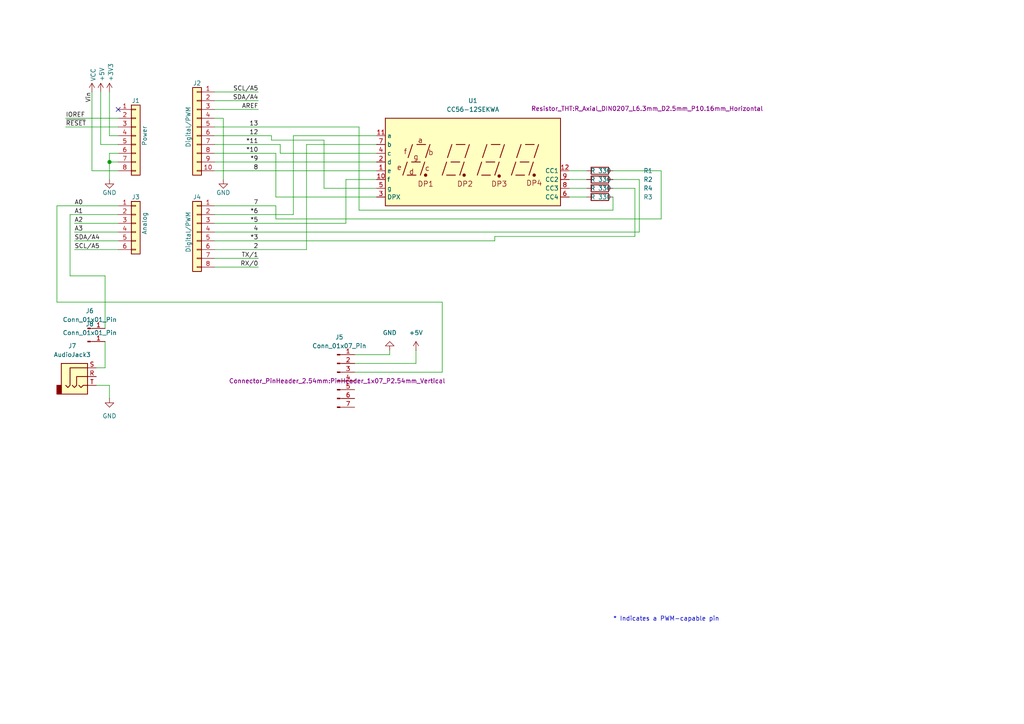
<source format=kicad_sch>
(kicad_sch (version 20231120) (generator "eeschema") (generator_version "8.0")
  (paper "A4")
  (title_block (date "mar. 31 mars 2015"))
  (lib_symbols
    (symbol "+5V_1" (power) (pin_numbers hide) (pin_names (offset 0) hide)
      (property "Value" "+5V" (at 0 3.556 0))
      (symbol "+5V_1_0_1"
        (polyline (pts (xy -0.762 1.27) (xy 0 2.54)))
        (polyline (pts (xy 0 0) (xy 0 2.54)))
        (polyline (pts (xy 0 2.54) (xy 0.762 1.27)))
      )
      (symbol "+5V_1_1_1"
        (pin power_in line (at 0 0 90) (length 0) (name "~") (number "1"))
      )
    )
    (symbol "Connector:Conn_01x01_Pin" (pin_names (offset 1.016) hide)
      (property "Reference" "J" (at 0 2.54 0))
      (property "Value" "Conn_01x01_Pin" (at 0 -2.54 0))
      (symbol "Conn_01x01_Pin_1_1"
        (polyline (pts (xy 1.27 0) (xy 0.8636 0)) (stroke (width 0.1524)))
        (rectangle (start 0.8636 0.127) (end 0 -0.127) (stroke (width 0.1524)) (fill (type outline)))
        (pin passive line (at 5.08 0 180) (length 3.81) (name "Pin_1") (number "1"))
      )
    )
    (symbol "Connector:Conn_01x07_Pin" (pin_names (offset 1.016) hide)
      (property "Reference" "J" (at 0 10.16 0))
      (property "Value" "Conn_01x07_Pin" (at 0 -10.16 0))
      (symbol "Conn_01x07_Pin_1_1"
        (polyline (pts (xy 1.27 -7.62) (xy 0.8636 -7.62)) (stroke (width 0.1524)))
        (polyline (pts (xy 1.27 -5.08) (xy 0.8636 -5.08)) (stroke (width 0.1524)))
        (polyline (pts (xy 1.27 -2.54) (xy 0.8636 -2.54)) (stroke (width 0.1524)))
        (polyline (pts (xy 1.27 0) (xy 0.8636 0)) (stroke (width 0.1524)))
        (polyline (pts (xy 1.27 2.54) (xy 0.8636 2.54)) (stroke (width 0.1524)))
        (polyline (pts (xy 1.27 5.08) (xy 0.8636 5.08)) (stroke (width 0.1524)))
        (polyline (pts (xy 1.27 7.62) (xy 0.8636 7.62)) (stroke (width 0.1524)))
        (rectangle (start 0.8636 -7.493) (end 0 -7.747) (stroke (width 0.1524)) (fill (type outline)))
        (rectangle (start 0.8636 -4.953) (end 0 -5.207) (stroke (width 0.1524)) (fill (type outline)))
        (rectangle (start 0.8636 -2.413) (end 0 -2.667) (stroke (width 0.1524)) (fill (type outline)))
        (rectangle (start 0.8636 0.127) (end 0 -0.127) (stroke (width 0.1524)) (fill (type outline)))
        (rectangle (start 0.8636 2.667) (end 0 2.413) (stroke (width 0.1524)) (fill (type outline)))
        (rectangle (start 0.8636 5.207) (end 0 4.953) (stroke (width 0.1524)) (fill (type outline)))
        (rectangle (start 0.8636 7.747) (end 0 7.493) (stroke (width 0.1524)) (fill (type outline)))
        (pin passive line (at 5.08 7.62 180) (length 3.81) (name "Pin_1") (number "1"))
        (pin passive line (at 5.08 5.08 180) (length 3.81) (name "Pin_2") (number "2"))
        (pin passive line (at 5.08 2.54 180) (length 3.81) (name "Pin_3") (number "3"))
        (pin passive line (at 5.08 0 180) (length 3.81) (name "Pin_4") (number "4"))
        (pin passive line (at 5.08 -2.54 180) (length 3.81) (name "Pin_5") (number "5"))
        (pin passive line (at 5.08 -5.08 180) (length 3.81) (name "Pin_6") (number "6"))
        (pin passive line (at 5.08 -7.62 180) (length 3.81) (name "Pin_7") (number "7"))
      )
    )
    (symbol "Connector_Audio:AudioJack3"
      (property "Reference" "J" (at 0 8.89 0))
      (property "Value" "AudioJack3" (at 0 6.35 0))
      (symbol "AudioJack3_0_1"
        (rectangle (start -5.08 -5.08) (end -6.35 -2.54) (stroke (width 0.254)) (fill (type outline)))
        (polyline (pts (xy 0 -2.54) (xy 0.635 -3.175) (xy 1.27 -2.54) (xy 2.54 -2.54)) (stroke (width 0.254)))
        (polyline (pts (xy -1.905 -2.54) (xy -1.27 -3.175) (xy -0.635 -2.54) (xy -0.635 0) (xy 2.54 0)) (stroke (width 0.254)))
        (polyline (pts (xy 2.54 2.54) (xy -2.54 2.54) (xy -2.54 -2.54) (xy -3.175 -3.175) (xy -3.81 -2.54)) (stroke (width 0.254)))
        (rectangle (start 2.54 3.81) (end -5.08 -5.08) (stroke (width 0.254)) (fill (type background)))
      )
      (symbol "AudioJack3_1_1"
        (pin passive line (at 5.08 0 180) (length 2.54) (name "~") (number "R"))
        (pin passive line (at 5.08 2.54 180) (length 2.54) (name "~") (number "S"))
        (pin passive line (at 5.08 -2.54 180) (length 2.54) (name "~") (number "T"))
      )
    )
    (symbol "Connector_Generic:Conn_01x06" (pin_names (offset 1.016) hide)
      (property "Reference" "J" (at 0 7.62 0))
      (property "Value" "Conn_01x06" (at 0 -10.16 0))
      (symbol "Conn_01x06_1_1"
        (rectangle (start -1.27 -7.493) (end 0 -7.747) (stroke (width 0.1524)))
        (rectangle (start -1.27 -4.953) (end 0 -5.207) (stroke (width 0.1524)))
        (rectangle (start -1.27 -2.413) (end 0 -2.667) (stroke (width 0.1524)))
        (rectangle (start -1.27 0.127) (end 0 -0.127) (stroke (width 0.1524)))
        (rectangle (start -1.27 2.667) (end 0 2.413) (stroke (width 0.1524)))
        (rectangle (start -1.27 5.207) (end 0 4.953) (stroke (width 0.1524)))
        (rectangle (start -1.27 6.35) (end 1.27 -8.89) (stroke (width 0.254)) (fill (type background)))
        (pin passive line (at -5.08 5.08 0) (length 3.81) (name "Pin_1") (number "1"))
        (pin passive line (at -5.08 2.54 0) (length 3.81) (name "Pin_2") (number "2"))
        (pin passive line (at -5.08 0 0) (length 3.81) (name "Pin_3") (number "3"))
        (pin passive line (at -5.08 -2.54 0) (length 3.81) (name "Pin_4") (number "4"))
        (pin passive line (at -5.08 -5.08 0) (length 3.81) (name "Pin_5") (number "5"))
        (pin passive line (at -5.08 -7.62 0) (length 3.81) (name "Pin_6") (number "6"))
      )
    )
    (symbol "Connector_Generic:Conn_01x08" (pin_names (offset 1.016) hide)
      (property "Reference" "J" (at 0 10.16 0))
      (property "Value" "Conn_01x08" (at 0 -12.7 0))
      (symbol "Conn_01x08_1_1"
        (rectangle (start -1.27 -10.033) (end 0 -10.287) (stroke (width 0.1524)))
        (rectangle (start -1.27 -7.493) (end 0 -7.747) (stroke (width 0.1524)))
        (rectangle (start -1.27 -4.953) (end 0 -5.207) (stroke (width 0.1524)))
        (rectangle (start -1.27 -2.413) (end 0 -2.667) (stroke (width 0.1524)))
        (rectangle (start -1.27 0.127) (end 0 -0.127) (stroke (width 0.1524)))
        (rectangle (start -1.27 2.667) (end 0 2.413) (stroke (width 0.1524)))
        (rectangle (start -1.27 5.207) (end 0 4.953) (stroke (width 0.1524)))
        (rectangle (start -1.27 7.747) (end 0 7.493) (stroke (width 0.1524)))
        (rectangle (start -1.27 8.89) (end 1.27 -11.43) (stroke (width 0.254)) (fill (type background)))
        (pin passive line (at -5.08 7.62 0) (length 3.81) (name "Pin_1") (number "1"))
        (pin passive line (at -5.08 5.08 0) (length 3.81) (name "Pin_2") (number "2"))
        (pin passive line (at -5.08 2.54 0) (length 3.81) (name "Pin_3") (number "3"))
        (pin passive line (at -5.08 0 0) (length 3.81) (name "Pin_4") (number "4"))
        (pin passive line (at -5.08 -2.54 0) (length 3.81) (name "Pin_5") (number "5"))
        (pin passive line (at -5.08 -5.08 0) (length 3.81) (name "Pin_6") (number "6"))
        (pin passive line (at -5.08 -7.62 0) (length 3.81) (name "Pin_7") (number "7"))
        (pin passive line (at -5.08 -10.16 0) (length 3.81) (name "Pin_8") (number "8"))
      )
    )
    (symbol "Connector_Generic:Conn_01x10" (pin_names (offset 1.016) hide)
      (property "Reference" "J" (at 0 12.7 0))
      (property "Value" "Conn_01x10" (at 0 -15.24 0))
      (symbol "Conn_01x10_1_1"
        (rectangle (start -1.27 -12.573) (end 0 -12.827) (stroke (width 0.1524)))
        (rectangle (start -1.27 -10.033) (end 0 -10.287) (stroke (width 0.1524)))
        (rectangle (start -1.27 -7.493) (end 0 -7.747) (stroke (width 0.1524)))
        (rectangle (start -1.27 -4.953) (end 0 -5.207) (stroke (width 0.1524)))
        (rectangle (start -1.27 -2.413) (end 0 -2.667) (stroke (width 0.1524)))
        (rectangle (start -1.27 0.127) (end 0 -0.127) (stroke (width 0.1524)))
        (rectangle (start -1.27 2.667) (end 0 2.413) (stroke (width 0.1524)))
        (rectangle (start -1.27 5.207) (end 0 4.953) (stroke (width 0.1524)))
        (rectangle (start -1.27 7.747) (end 0 7.493) (stroke (width 0.1524)))
        (rectangle (start -1.27 10.287) (end 0 10.033) (stroke (width 0.1524)))
        (rectangle (start -1.27 11.43) (end 1.27 -13.97) (stroke (width 0.254)) (fill (type background)))
        (pin passive line (at -5.08 10.16 0) (length 3.81) (name "Pin_1") (number "1"))
        (pin passive line (at -5.08 -12.7 0) (length 3.81) (name "Pin_10") (number "10"))
        (pin passive line (at -5.08 7.62 0) (length 3.81) (name "Pin_2") (number "2"))
        (pin passive line (at -5.08 5.08 0) (length 3.81) (name "Pin_3") (number "3"))
        (pin passive line (at -5.08 2.54 0) (length 3.81) (name "Pin_4") (number "4"))
        (pin passive line (at -5.08 0 0) (length 3.81) (name "Pin_5") (number "5"))
        (pin passive line (at -5.08 -2.54 0) (length 3.81) (name "Pin_6") (number "6"))
        (pin passive line (at -5.08 -5.08 0) (length 3.81) (name "Pin_7") (number "7"))
        (pin passive line (at -5.08 -7.62 0) (length 3.81) (name "Pin_8") (number "8"))
        (pin passive line (at -5.08 -10.16 0) (length 3.81) (name "Pin_9") (number "9"))
      )
    )
    (symbol "Device:R" (pin_numbers hide) (pin_names (offset 0))
      (property "Reference" "R" (at 2.032 0 90))
      (property "Value" "R" (at 0 0 90))
      (symbol "R_0_1"
        (rectangle (start -1.016 -2.54) (end 1.016 2.54) (stroke (width 0.254)))
      )
      (symbol "R_1_1"
        (pin passive line (at 0 3.81 270) (length 1.27) (name "~") (number "1"))
        (pin passive line (at 0 -3.81 90) (length 1.27) (name "~") (number "2"))
      )
    )
    (symbol "Display_Character:CC56-12SEKWA"
      (property "Reference" "U" (at -24.13 13.97 0))
      (property "Value" "CC56-12SEKWA" (at 17.78 13.97 0))
      (symbol "CC56-12SEKWA_0_0"
        (rectangle (start -25.4 12.7) (end 25.4 -12.7) (stroke (width 0.254)) (fill (type background)))
        (polyline (pts (xy -20.32 -3.81) (xy -19.05 0)) (stroke (width 0.254)))
        (polyline (pts (xy -19.05 -3.81) (xy -16.51 -3.81)) (stroke (width 0.254)))
        (polyline (pts (xy -18.796 1.27) (xy -17.526 5.08)) (stroke (width 0.254)))
        (polyline (pts (xy -17.78 0) (xy -15.24 0)) (stroke (width 0.254)))
        (polyline (pts (xy -16.256 5.08) (xy -13.716 5.08)) (stroke (width 0.254)))
        (polyline (pts (xy -15.24 -3.81) (xy -13.97 0)) (stroke (width 0.254)))
        (polyline (pts (xy -13.716 1.27) (xy -12.446 5.08)) (stroke (width 0.254)))
        (polyline (pts (xy -8.89 -3.81) (xy -7.62 0)) (stroke (width 0.254)))
        (polyline (pts (xy -7.62 -3.81) (xy -5.08 -3.81)) (stroke (width 0.254)))
        (polyline (pts (xy -7.366 1.27) (xy -6.096 5.08)) (stroke (width 0.254)))
        (polyline (pts (xy -6.35 0) (xy -3.81 0)) (stroke (width 0.254)))
        (polyline (pts (xy -4.826 5.08) (xy -2.286 5.08)) (stroke (width 0.254)))
        (polyline (pts (xy -3.81 -3.81) (xy -2.54 0)) (stroke (width 0.254)))
        (polyline (pts (xy -2.286 1.27) (xy -1.016 5.08)) (stroke (width 0.254)))
        (polyline (pts (xy 1.27 -3.81) (xy 2.54 0)) (stroke (width 0.254)))
        (polyline (pts (xy 2.54 -3.81) (xy 5.08 -3.81)) (stroke (width 0.254)))
        (polyline (pts (xy 2.794 1.27) (xy 4.064 5.08)) (stroke (width 0.254)))
        (polyline (pts (xy 3.81 0) (xy 6.35 0)) (stroke (width 0.254)))
        (polyline (pts (xy 5.334 5.08) (xy 7.874 5.08)) (stroke (width 0.254)))
        (polyline (pts (xy 6.35 -3.81) (xy 7.62 0)) (stroke (width 0.254)))
        (polyline (pts (xy 7.874 1.27) (xy 9.144 5.08)) (stroke (width 0.254)))
        (polyline (pts (xy 11.176 -3.81) (xy 12.446 0)) (stroke (width 0.254)))
        (polyline (pts (xy 12.446 -3.81) (xy 14.986 -3.81)) (stroke (width 0.254)))
        (polyline (pts (xy 12.7 1.27) (xy 13.97 5.08)) (stroke (width 0.254)))
        (polyline (pts (xy 13.716 0) (xy 16.256 0)) (stroke (width 0.254)))
        (polyline (pts (xy 15.24 5.08) (xy 17.78 5.08)) (stroke (width 0.254)))
        (polyline (pts (xy 16.256 -3.81) (xy 17.526 0)) (stroke (width 0.254)))
        (polyline (pts (xy 17.78 1.27) (xy 19.05 5.08)) (stroke (width 0.254)))
        (text "a" (at -15.24 6.35 0) (effects (font (size 1.524 1.524))))
        (text "b" (at -12.192 2.794 0) (effects (font (size 1.524 1.524))))
        (text "c" (at -13.208 -1.778 0) (effects (font (size 1.524 1.524))))
        (text "d" (at -17.78 -2.794 0) (effects (font (size 1.524 1.524))))
        (text "DP1" (at -13.716 -6.35 0) (effects (font (size 1.524 1.524))))
        (text "DP2" (at -2.286 -6.35 0) (effects (font (size 1.524 1.524))))
        (text "DP3" (at 7.62 -6.35 0) (effects (font (size 1.524 1.524))))
        (text "DP4" (at 17.78 -6.096 0) (effects (font (size 1.524 1.524))))
        (text "e" (at -21.336 -1.524 0) (effects (font (size 1.524 1.524))))
        (text "f" (at -19.558 3.048 0) (effects (font (size 1.524 1.524))))
        (text "g" (at -16.51 1.524 0) (effects (font (size 1.524 1.524))))
      )
      (symbol "CC56-12SEKWA_0_1"
        (circle (center -13.716 -3.81) (radius 0.3556) (stroke (width 0.254)) (fill (type outline)))
        (circle (center -2.54 -3.81) (radius 0.3556) (stroke (width 0.254)) (fill (type outline)))
      )
      (symbol "CC56-12SEKWA_1_0"
        (circle (center 7.62 -4.064) (radius 0.3556) (stroke (width 0.254)) (fill (type outline)))
        (circle (center 17.78 -3.81) (radius 0.3556) (stroke (width 0.254)) (fill (type outline)))
      )
      (symbol "CC56-12SEKWA_1_1"
        (pin input line (at -27.94 -2.54 0) (length 2.54) (name "e") (number "1"))
        (pin input line (at -27.94 -5.08 0) (length 2.54) (name "f") (number "10"))
        (pin input line (at -27.94 7.62 0) (length 2.54) (name "a") (number "11"))
        (pin input line (at 27.94 -2.54 180) (length 2.54) (name "CC1") (number "12"))
        (pin input line (at -27.94 0 0) (length 2.54) (name "d") (number "2"))
        (pin input line (at -27.94 -10.16 0) (length 2.54) (name "DPX") (number "3"))
        (pin input line (at -27.94 2.54 0) (length 2.54) (name "c") (number "4"))
        (pin input line (at -27.94 -7.62 0) (length 2.54) (name "g") (number "5"))
        (pin input line (at 27.94 -10.16 180) (length 2.54) (name "CC4") (number "6"))
        (pin input line (at -27.94 5.08 0) (length 2.54) (name "b") (number "7"))
        (pin input line (at 27.94 -7.62 180) (length 2.54) (name "CC3") (number "8"))
        (pin input line (at 27.94 -5.08 180) (length 2.54) (name "CC2") (number "9"))
      )
    )
    (symbol "GND_1" (power) (pin_numbers hide) (pin_names (offset 0) hide)
      (property "Value" "GND" (at 0 -3.81 0))
      (symbol "GND_1_0_1"
        (polyline (pts (xy 0 0) (xy 0 -1.27) (xy 1.27 -1.27) (xy 0 -2.54) (xy -1.27 -1.27) (xy 0 -1.27)))
      )
      (symbol "GND_1_1_1"
        (pin power_in line (at 0 0 270) (length 0) (name "~") (number "1"))
      )
    )
    (symbol "GND_2" (power) (pin_numbers hide) (pin_names (offset 0) hide)
      (property "Value" "GND" (at 0 -3.81 0))
      (symbol "GND_2_0_1"
        (polyline (pts (xy 0 0) (xy 0 -1.27) (xy 1.27 -1.27) (xy 0 -2.54) (xy -1.27 -1.27) (xy 0 -1.27)))
      )
      (symbol "GND_2_1_1"
        (pin power_in line (at 0 0 270) (length 0) (name "~") (number "1"))
      )
    )
    (symbol "power:+3V3" (power) (pin_names (offset 0))
      (property "Value" "+3V3" (at 0 3.556 0))
      (symbol "+3V3_0_1"
        (polyline (pts (xy -0.762 1.27) (xy 0 2.54)))
        (polyline (pts (xy 0 0) (xy 0 2.54)))
        (polyline (pts (xy 0 2.54) (xy 0.762 1.27)))
      )
      (symbol "+3V3_1_1"
        (pin power_in line (at 0 0 90) (length 0) hide (name "+3V3") (number "1"))
      )
    )
    (symbol "power:+5V" (power) (pin_names (offset 0))
      (property "Value" "+5V" (at 0 3.556 0))
      (symbol "+5V_0_1"
        (polyline (pts (xy -0.762 1.27) (xy 0 2.54)))
        (polyline (pts (xy 0 0) (xy 0 2.54)))
        (polyline (pts (xy 0 2.54) (xy 0.762 1.27)))
      )
      (symbol "+5V_1_1"
        (pin power_in line (at 0 0 90) (length 0) hide (name "+5V") (number "1"))
      )
    )
    (symbol "power:GND" (power) (pin_names (offset 0))
      (property "Value" "GND" (at 0 -3.81 0))
      (symbol "GND_0_1"
        (polyline (pts (xy 0 0) (xy 0 -1.27) (xy 1.27 -1.27) (xy 0 -2.54) (xy -1.27 -1.27) (xy 0 -1.27)))
      )
      (symbol "GND_1_1"
        (pin power_in line (at 0 0 270) (length 0) hide (name "GND") (number "1"))
      )
    )
    (symbol "power:VCC" (power) (pin_names (offset 0))
      (property "Value" "VCC" (at 0 3.81 0))
      (symbol "VCC_0_1"
        (polyline (pts (xy -0.762 1.27) (xy 0 2.54)))
        (polyline (pts (xy 0 0) (xy 0 2.54)))
        (polyline (pts (xy 0 2.54) (xy 0.762 1.27)))
      )
      (symbol "VCC_1_1"
        (pin power_in line (at 0 0 90) (length 0) hide (name "VCC") (number "1"))
      )
    )
  )
  (junction (at 31.75 46.99) (diameter 1.016))
  (no_connect (at 34.29 31.75))
  (wire (pts (xy 62.23 77.47) (xy 74.93 77.47)))
  (wire (pts (xy 62.23 49.53) (xy 109.22 49.53)))
  (wire (pts (xy 93.98 40.64) (xy 78.74 40.64)))
  (wire (pts (xy 62.23 26.67) (xy 74.93 26.67)))
  (wire (pts (xy 109.22 39.37) (xy 85.09 39.37)))
  (wire (pts (xy 93.98 54.61) (xy 93.98 40.64)))
  (wire (pts (xy 165.1 54.61) (xy 170.18 54.61)))
  (wire (pts (xy 88.9 41.91) (xy 109.22 41.91)))
  (wire (pts (xy 113.03 102.87) (xy 102.87 102.87)))
  (wire (pts (xy 31.75 44.45) (xy 31.75 46.99)))
  (wire (pts (xy 109.22 44.45) (xy 81.28 44.45)))
  (wire (pts (xy 21.59 72.39) (xy 34.29 72.39)))
  (wire (pts (xy 177.8 49.53) (xy 191.77 49.53)))
  (wire (pts (xy 62.23 69.85) (xy 143.51 69.85)))
  (wire (pts (xy 128.27 87.63) (xy 16.51 87.63)))
  (wire (pts (xy 31.75 46.99) (xy 31.75 52.07)))
  (wire (pts (xy 184.15 68.58) (xy 143.51 68.58)))
  (wire (pts (xy 31.75 39.37) (xy 34.29 39.37)))
  (wire (pts (xy 120.65 101.6) (xy 120.65 105.41)))
  (wire (pts (xy 29.21 41.91) (xy 34.29 41.91)))
  (wire (pts (xy 29.21 26.67) (xy 29.21 41.91)))
  (wire (pts (xy 62.23 62.23) (xy 85.09 62.23)))
  (wire (pts (xy 20.32 62.23) (xy 34.29 62.23)))
  (wire (pts (xy 31.75 26.67) (xy 31.75 39.37)))
  (wire (pts (xy 16.51 59.69) (xy 34.29 59.69)))
  (wire (pts (xy 62.23 46.99) (xy 109.22 46.99)))
  (wire (pts (xy 191.77 63.5) (xy 80.01 63.5)))
  (wire (pts (xy 81.28 44.45) (xy 81.28 41.91)))
  (wire (pts (xy 27.94 106.68) (xy 30.48 106.68)))
  (wire (pts (xy 62.23 59.69) (xy 80.01 59.69)))
  (wire (pts (xy 177.8 52.07) (xy 185.42 52.07)))
  (wire (pts (xy 191.77 49.53) (xy 191.77 63.5)))
  (wire (pts (xy 128.27 107.95) (xy 128.27 87.63)))
  (wire (pts (xy 113.03 101.6) (xy 113.03 102.87)))
  (wire (pts (xy 185.42 52.07) (xy 185.42 67.31)))
  (wire (pts (xy 120.65 105.41) (xy 102.87 105.41)))
  (wire (pts (xy 165.1 52.07) (xy 170.18 52.07)))
  (wire (pts (xy 19.05 34.29) (xy 34.29 34.29)))
  (wire (pts (xy 109.22 54.61) (xy 93.98 54.61)))
  (wire (pts (xy 88.9 41.91) (xy 88.9 72.39)))
  (wire (pts (xy 64.77 34.29) (xy 64.77 52.07)))
  (wire (pts (xy 165.1 57.15) (xy 170.18 57.15)))
  (wire (pts (xy 80.01 57.15) (xy 80.01 44.45)))
  (wire (pts (xy 62.23 31.75) (xy 74.93 31.75)))
  (wire (pts (xy 34.29 64.77) (xy 21.59 64.77)))
  (wire (pts (xy 19.05 36.83) (xy 34.29 36.83)))
  (wire (pts (xy 34.29 46.99) (xy 31.75 46.99)))
  (wire (pts (xy 165.1 49.53) (xy 170.18 49.53)))
  (wire (pts (xy 20.32 80.01) (xy 20.32 62.23)))
  (wire (pts (xy 177.8 60.96) (xy 104.14 60.96)))
  (wire (pts (xy 184.15 54.61) (xy 184.15 68.58)))
  (wire (pts (xy 27.94 111.76) (xy 31.75 111.76)))
  (wire (pts (xy 34.29 49.53) (xy 26.67 49.53)))
  (wire (pts (xy 80.01 63.5) (xy 80.01 59.69)))
  (wire (pts (xy 80.01 44.45) (xy 62.23 44.45)))
  (wire (pts (xy 109.22 52.07) (xy 100.33 52.07)))
  (wire (pts (xy 62.23 34.29) (xy 64.77 34.29)))
  (wire (pts (xy 34.29 44.45) (xy 31.75 44.45)))
  (wire (pts (xy 109.22 57.15) (xy 80.01 57.15)))
  (wire (pts (xy 81.28 41.91) (xy 62.23 41.91)))
  (wire (pts (xy 177.8 57.15) (xy 177.8 60.96)))
  (wire (pts (xy 102.87 107.95) (xy 128.27 107.95)))
  (wire (pts (xy 78.74 39.37) (xy 62.23 39.37)))
  (wire (pts (xy 21.59 67.31) (xy 34.29 67.31)))
  (wire (pts (xy 62.23 64.77) (xy 100.33 64.77)))
  (wire (pts (xy 85.09 39.37) (xy 85.09 62.23)))
  (wire (pts (xy 31.75 111.76) (xy 31.75 115.57)))
  (wire (pts (xy 88.9 72.39) (xy 62.23 72.39)))
  (wire (pts (xy 143.51 68.58) (xy 143.51 69.85)))
  (wire (pts (xy 30.48 95.25) (xy 30.48 80.01)))
  (wire (pts (xy 62.23 29.21) (xy 74.93 29.21)))
  (wire (pts (xy 30.48 80.01) (xy 20.32 80.01)))
  (wire (pts (xy 177.8 54.61) (xy 184.15 54.61)))
  (wire (pts (xy 30.48 106.68) (xy 30.48 99.06)))
  (wire (pts (xy 100.33 52.07) (xy 100.33 64.77)))
  (wire (pts (xy 16.51 87.63) (xy 16.51 59.69)))
  (wire (pts (xy 78.74 40.64) (xy 78.74 39.37)))
  (wire (pts (xy 104.14 60.96) (xy 104.14 36.83)))
  (wire (pts (xy 62.23 74.93) (xy 74.93 74.93)))
  (wire (pts (xy 62.23 36.83) (xy 104.14 36.83)))
  (wire (pts (xy 26.67 49.53) (xy 26.67 26.67)))
  (wire (pts (xy 62.23 67.31) (xy 185.42 67.31)))
  (wire (pts (xy 34.29 69.85) (xy 21.59 69.85)))
  (text "* Indicates a PWM-capable pin" (at 177.8 180.34 0) (effects (font (size 1.27 1.27)) (justify left bottom)))
  (label "RX{slash}0" (at 74.93 77.47 180))
  (label "A2" (at 21.59 64.77 0))
  (label "4" (at 74.93 67.31 180))
  (label "2" (at 74.93 72.39 180))
  (label "A3" (at 21.59 67.31 0))
  (label "13" (at 74.93 36.83 180))
  (label "12" (at 74.93 39.37 180))
  (label "~{RESET}" (at 19.05 36.83 0))
  (label "*10" (at 74.93 44.45 180))
  (label "7" (at 74.93 59.69 180))
  (label "SDA{slash}A4" (at 74.93 29.21 180))
  (label "8" (at 74.93 49.53 180))
  (label "*11" (at 74.93 41.91 180))
  (label "*3" (at 74.93 69.85 180))
  (label "A1" (at 21.59 62.23 0))
  (label "TX{slash}1" (at 74.93 74.93 180))
  (label "A0" (at 21.59 59.69 0))
  (label "AREF" (at 74.93 31.75 180))
  (label "Vin" (at 26.67 26.67 270))
  (label "*6" (at 74.93 62.23 180))
  (label "SCL{slash}A5" (at 74.93 26.67 180))
  (label "*9" (at 74.93 46.99 180))
  (label "*5" (at 74.93 64.77 180))
  (label "IOREF" (at 19.05 34.29 0))
  (label "SDA{slash}A4" (at 21.59 69.85 0))
  (label "SCL{slash}A5" (at 21.59 72.39 0))
  (symbol (lib_id "Connector_Generic:Conn_01x08") (at 39.37 39.37 0) (unit 1)
    (property "Reference" "J1" (at 39.37 29.21 0))
    (property "Value" "Power" (at 41.91 39.37 90))
    (property "Footprint" "Connector_PinSocket_2.54mm:PinSocket_1x08_P2.54mm_Vertical" (effects (hide yes)))
  )
  (symbol (lib_id "power:+3V3") (at 31.75 26.67 0) (unit 1)
    (property "Reference" "#PWR03" (effects (hide yes)))
    (property "Value" "+3V3" (at 32.131 23.622 90) (effects (justify left)))
  )
  (symbol (lib_id "power:+5V") (at 29.21 26.67 0) (unit 1)
    (property "Reference" "#PWR02" (effects (hide yes)))
    (property "Value" "+5V" (at 29.5656 23.622 90) (effects (justify left)))
  )
  (symbol (lib_id "power:GND") (at 31.75 52.07 0) (unit 1)
    (property "Reference" "#PWR04" (effects (hide yes)))
    (property "Value" "GND" (at 31.75 55.88 0))
  )
  (symbol (lib_id "Connector_Generic:Conn_01x10") (at 57.15 36.83 0) (mirror y) (unit 1)
    (property "Reference" "J2" (at 57.15 24.13 0))
    (property "Value" "Digital/PWM" (at 54.61 36.83 90))
    (property "Footprint" "Connector_PinSocket_2.54mm:PinSocket_1x10_P2.54mm_Vertical" (effects (hide yes)))
  )
  (symbol (lib_id "power:GND") (at 64.77 52.07 0) (unit 1)
    (property "Reference" "#PWR05" (effects (hide yes)))
    (property "Value" "GND" (at 64.77 55.88 0))
  )
  (symbol (lib_id "Connector_Generic:Conn_01x06") (at 39.37 64.77 0) (unit 1)
    (property "Reference" "J3" (at 39.37 57.15 0))
    (property "Value" "Analog" (at 41.91 64.77 90))
    (property "Footprint" "Connector_PinSocket_2.54mm:PinSocket_1x06_P2.54mm_Vertical" (effects (hide yes)))
  )
  (symbol (lib_id "Connector_Generic:Conn_01x08") (at 57.15 67.31 0) (mirror y) (unit 1)
    (property "Reference" "J4" (at 57.15 57.15 0))
    (property "Value" "Digital/PWM" (at 54.61 67.31 90))
    (property "Footprint" "Connector_PinSocket_2.54mm:PinSocket_1x08_P2.54mm_Vertical" (effects (hide yes)))
  )
  (symbol (lib_id "Connector_Audio:AudioJack3") (at 22.86 109.22 0) (unit 1)
    (property "Reference" "J7" (at 20.955 100.33 0))
    (property "Value" "AudioJack3" (at 20.955 102.87 0))
    (property "Footprint" "Connector_Audio:Jack_3.5mm_CUI_SJ1-3513N_Horizontal" (effects (hide yes)))
    (property "Description" "Audio Jack, 3 Poles (Stereo / TRS)" (effects (hide yes)))
  )
  (symbol (lib_name "+5V_1") (lib_id "power:+5V") (at 120.65 101.6 0) (unit 1)
    (property "Reference" "#PWR07" (effects (hide yes)))
    (property "Value" "+5V" (at 120.65 96.52 0))
    (property "Description" "Power symbol creates a global label with name \"+5V\"" (effects (hide yes)))
  )
  (symbol (lib_id "Device:R") (at 173.99 49.53 90) (unit 1)
    (property "Reference" "R1" (at 187.96 49.53 90))
    (property "Value" "R 330" (at 174.244 49.53 90))
    (property "Footprint" "Resistor_THT:R_Axial_DIN0207_L6.3mm_D2.5mm_P10.16mm_Horizontal" (effects (hide yes)))
    (property "Description" "Resistor" (effects (hide yes)))
  )
  (symbol (lib_id "Device:R") (at 173.99 52.07 90) (unit 1)
    (property "Reference" "R2" (at 187.96 52.07 90))
    (property "Value" "R 330" (at 174.244 52.07 90))
    (property "Footprint" "Resistor_THT:R_Axial_DIN0207_L6.3mm_D2.5mm_P10.16mm_Horizontal" (effects (hide yes)))
    (property "Description" "Resistor" (effects (hide yes)))
  )
  (symbol (lib_id "Device:R") (at 173.99 57.15 90) (unit 1)
    (property "Reference" "R3" (at 187.96 57.15 90))
    (property "Value" "R 330" (at 174.244 57.15 90))
    (property "Footprint" "Resistor_THT:R_Axial_DIN0207_L6.3mm_D2.5mm_P10.16mm_Horizontal" (effects (hide yes)))
    (property "Description" "Resistor" (effects (hide yes)))
  )
  (symbol (lib_id "power:VCC") (at 26.67 26.67 0) (unit 1)
    (property "Reference" "#PWR01" (effects (hide yes)))
    (property "Value" "VCC" (at 27.051 23.622 90) (effects (justify left)))
  )
  (symbol (lib_name "GND_2") (lib_id "power:GND") (at 31.75 115.57 0) (unit 1)
    (property "Reference" "#PWR08" (effects (hide yes)))
    (property "Value" "GND" (at 31.75 120.65 0))
    (property "Description" "Power symbol creates a global label with name \"GND\" , ground" (effects (hide yes)))
  )
  (symbol (lib_id "Connector:Conn_01x07_Pin") (at 97.79 110.49 0) (unit 1)
    (property "Reference" "J5" (at 98.425 97.79 0))
    (property "Value" "Conn_01x07_Pin" (at 98.425 100.33 0))
    (property "Footprint" "Connector_PinHeader_2.54mm:PinHeader_1x07_P2.54mm_Vertical" (at 97.79 110.49 0))
    (property "Description" "Generic connector, single row, 01x07, script generated" (effects (hide yes)))
  )
  (symbol (lib_id "Connector:Conn_01x01_Pin") (at 25.4 95.25 0) (unit 1)
    (property "Reference" "J6" (at 26.035 90.17 0))
    (property "Value" "Conn_01x01_Pin" (at 26.035 92.71 0))
    (property "Footprint" "Connector_PinHeader_2.54mm:PinHeader_1x01_P2.54mm_Vertical" (effects (hide yes)))
    (property "Description" "Generic connector, single row, 01x01, script generated" (effects (hide yes)))
  )
  (symbol (lib_name "GND_1") (lib_id "power:GND") (at 113.03 101.6 180) (unit 1)
    (property "Reference" "#PWR06" (effects (hide yes)))
    (property "Value" "GND" (at 113.03 96.52 0))
    (property "Description" "Power symbol creates a global label with name \"GND\" , ground" (effects (hide yes)))
  )
  (symbol (lib_id "Display_Character:CC56-12SEKWA") (at 137.16 46.99 0) (unit 1)
    (property "Reference" "U1" (at 137.16 29.21 0))
    (property "Value" "CC56-12SEKWA" (at 137.16 31.75 0))
    (property "Footprint" "Display_7Segment:CA56-12SEKWA" (effects (hide yes)))
    (property "Datasheet" "http://www.kingbright.com/attachments/file/psearch/000/00/00/CC56-12SEKWA(Ver.7A).pdf" (effects (hide yes)))
    (property "Description" "4 digit 7 segment super bright orange LED, common cathode" (effects (hide yes)))
  )
  (symbol (lib_id "Device:R") (at 173.99 54.61 90) (unit 1)
    (property "Reference" "R4" (at 187.96 54.61 90))
    (property "Value" "R 330" (at 174.244 54.61 90))
    (property "Footprint" "Resistor_THT:R_Axial_DIN0207_L6.3mm_D2.5mm_P10.16mm_Horizontal" (at 187.706 31.496 90))
    (property "Description" "Resistor" (effects (hide yes)))
  )
  (symbol (lib_id "Connector:Conn_01x01_Pin") (at 25.4 99.06 0) (unit 1)
    (property "Reference" "J8" (at 26.035 93.98 0))
    (property "Value" "Conn_01x01_Pin" (at 26.035 96.52 0))
    (property "Footprint" "Connector_PinHeader_2.54mm:PinHeader_1x01_P2.54mm_Vertical" (effects (hide yes)))
    (property "Description" "Generic connector, single row, 01x01, script generated" (effects (hide yes)))
  )
)
</source>
